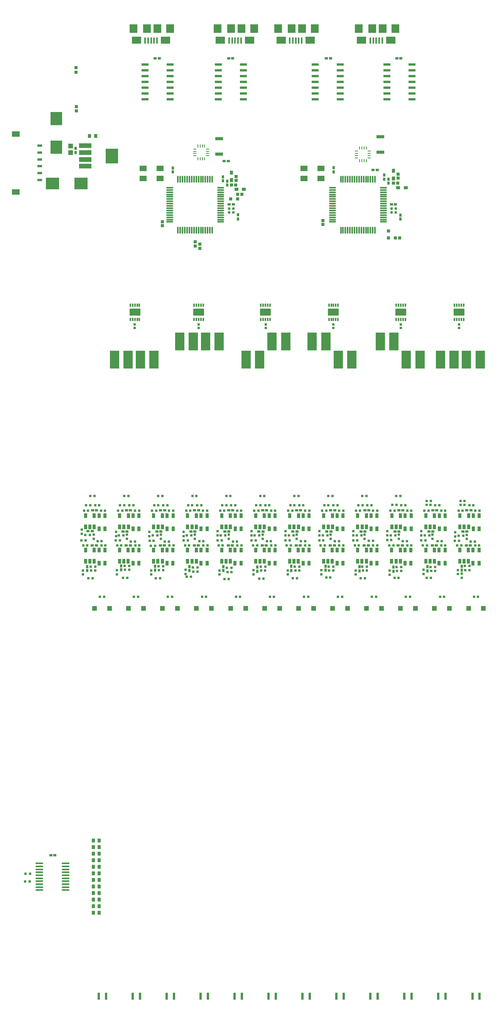
<source format=gtp>
G04 Layer_Color=7318015*
%FSLAX25Y25*%
%MOIN*%
G70*
G01*
G75*
%ADD10R,0.02441X0.02598*%
%ADD11R,0.03937X0.04134*%
%ADD12R,0.10039X0.11614*%
%ADD13R,0.11614X0.10039*%
%ADD14R,0.02953X0.03937*%
%ADD15R,0.06299X0.04921*%
%ADD16R,0.05984X0.02284*%
%ADD17R,0.01181X0.02559*%
%ADD18R,0.09764X0.06102*%
%ADD19O,0.06496X0.01181*%
%ADD20O,0.01181X0.06496*%
%ADD21O,0.00984X0.03150*%
%ADD22O,0.03150X0.00984*%
%ADD23R,0.02756X0.03937*%
%ADD24R,0.06693X0.03150*%
%ADD25R,0.04331X0.04331*%
%ADD26R,0.02165X0.02165*%
%ADD27R,0.02756X0.02953*%
%ADD28R,0.02953X0.02756*%
%ADD29R,0.02165X0.02165*%
%ADD30R,0.02200X0.02200*%
%ADD31R,0.02441X0.02441*%
%ADD32R,0.07874X0.15748*%
%ADD33R,0.02756X0.03740*%
%ADD34R,0.03740X0.02756*%
%ADD35R,0.03150X0.03150*%
%ADD36R,0.03150X0.03150*%
%ADD37R,0.02598X0.02441*%
%ADD38R,0.02047X0.02205*%
%ADD39R,0.02520X0.02677*%
%ADD40R,0.02800X0.03600*%
%ADD41R,0.10630X0.03937*%
%ADD42R,0.10630X0.12598*%
%ADD43O,0.06693X0.01378*%
%ADD44R,0.01575X0.05315*%
%ADD45R,0.08268X0.06299*%
%ADD46R,0.07087X0.07480*%
%ADD47R,0.03937X0.02362*%
%ADD48R,0.07087X0.04921*%
%ADD49R,0.02362X0.05906*%
D10*
X163225Y835878D02*
D03*
Y839342D02*
D03*
X429790Y812815D02*
D03*
Y816279D02*
D03*
X433691Y812819D02*
D03*
Y809355D02*
D03*
X386177Y819159D02*
D03*
Y822624D02*
D03*
X443864Y781883D02*
D03*
Y778419D02*
D03*
X290700Y811268D02*
D03*
Y814732D02*
D03*
X294205Y811237D02*
D03*
Y807773D02*
D03*
X247400Y818968D02*
D03*
Y822432D02*
D03*
X303740Y781925D02*
D03*
Y778460D02*
D03*
X173325Y478542D02*
D03*
Y475078D02*
D03*
X496750Y478882D02*
D03*
Y475418D02*
D03*
X467375Y478342D02*
D03*
Y474878D02*
D03*
X437975Y477992D02*
D03*
Y474528D02*
D03*
X408425Y478292D02*
D03*
Y474828D02*
D03*
X379125Y478842D02*
D03*
Y475378D02*
D03*
X349675Y478642D02*
D03*
Y475178D02*
D03*
X320325Y478042D02*
D03*
Y474578D02*
D03*
X290925Y478392D02*
D03*
Y474928D02*
D03*
X261475Y478492D02*
D03*
Y475028D02*
D03*
X232025Y478892D02*
D03*
Y475428D02*
D03*
X202650Y479082D02*
D03*
Y475618D02*
D03*
D11*
X158825Y835657D02*
D03*
Y841563D02*
D03*
D12*
X146625Y840507D02*
D03*
Y865113D02*
D03*
D13*
X167978Y809010D02*
D03*
X143372D02*
D03*
D14*
X218028Y510971D02*
D03*
Y522388D02*
D03*
X212910D02*
D03*
Y510971D02*
D03*
X218015Y481256D02*
D03*
Y492673D02*
D03*
X212897D02*
D03*
Y481256D02*
D03*
X247420Y510971D02*
D03*
Y522388D02*
D03*
X242302D02*
D03*
Y510971D02*
D03*
X247393Y481256D02*
D03*
Y492673D02*
D03*
X242275D02*
D03*
Y481256D02*
D03*
X276811Y510971D02*
D03*
Y522388D02*
D03*
X271693D02*
D03*
Y510971D02*
D03*
X276772Y481256D02*
D03*
Y492673D02*
D03*
X271654D02*
D03*
Y481256D02*
D03*
X306202Y510971D02*
D03*
Y522388D02*
D03*
X301084D02*
D03*
Y510971D02*
D03*
X306150Y481256D02*
D03*
Y492673D02*
D03*
X301032D02*
D03*
Y481256D02*
D03*
X335594Y510971D02*
D03*
Y522388D02*
D03*
X330475D02*
D03*
Y510971D02*
D03*
X335528Y481256D02*
D03*
Y492673D02*
D03*
X330410D02*
D03*
Y481256D02*
D03*
X364985Y510971D02*
D03*
Y522388D02*
D03*
X359867D02*
D03*
Y510971D02*
D03*
X364907Y481256D02*
D03*
Y492673D02*
D03*
X359788D02*
D03*
Y481256D02*
D03*
X394376Y510971D02*
D03*
Y522388D02*
D03*
X389258D02*
D03*
Y510971D02*
D03*
X394285Y481256D02*
D03*
Y492673D02*
D03*
X389167D02*
D03*
Y481256D02*
D03*
X423667Y510971D02*
D03*
Y522388D02*
D03*
X418549D02*
D03*
Y510971D02*
D03*
X423663Y481256D02*
D03*
Y492673D02*
D03*
X418545D02*
D03*
Y481256D02*
D03*
X453159Y510971D02*
D03*
Y522388D02*
D03*
X448041D02*
D03*
Y510971D02*
D03*
X453041Y481256D02*
D03*
Y492673D02*
D03*
X447923D02*
D03*
Y481256D02*
D03*
X482550Y510971D02*
D03*
Y522388D02*
D03*
X477432D02*
D03*
Y510971D02*
D03*
X482420Y481256D02*
D03*
Y492673D02*
D03*
X477302D02*
D03*
Y481256D02*
D03*
X511941Y510971D02*
D03*
Y522388D02*
D03*
X506823D02*
D03*
Y510971D02*
D03*
X511798Y481256D02*
D03*
Y492673D02*
D03*
X506680D02*
D03*
Y481256D02*
D03*
X188637Y510971D02*
D03*
Y522388D02*
D03*
X183519D02*
D03*
Y510971D02*
D03*
X188637Y481256D02*
D03*
Y492673D02*
D03*
X183519D02*
D03*
Y481256D02*
D03*
D15*
X360616Y822031D02*
D03*
X375183D02*
D03*
Y813369D02*
D03*
X360616D02*
D03*
X221617Y822231D02*
D03*
X236183D02*
D03*
Y813569D02*
D03*
X221617D02*
D03*
D16*
X391861Y881600D02*
D03*
Y886600D02*
D03*
Y891600D02*
D03*
Y896600D02*
D03*
Y901600D02*
D03*
Y906600D02*
D03*
Y911600D02*
D03*
X370129Y881600D02*
D03*
Y886600D02*
D03*
Y891600D02*
D03*
Y896600D02*
D03*
Y901600D02*
D03*
Y906600D02*
D03*
Y911600D02*
D03*
X454041Y881600D02*
D03*
Y886600D02*
D03*
Y891600D02*
D03*
Y896600D02*
D03*
Y901600D02*
D03*
Y906600D02*
D03*
Y911600D02*
D03*
X432309Y881600D02*
D03*
Y886600D02*
D03*
Y891600D02*
D03*
Y896600D02*
D03*
Y901600D02*
D03*
Y906600D02*
D03*
Y911600D02*
D03*
X244966Y881600D02*
D03*
Y886600D02*
D03*
Y891600D02*
D03*
Y896600D02*
D03*
Y901600D02*
D03*
Y906600D02*
D03*
Y911600D02*
D03*
X223234Y881600D02*
D03*
Y886600D02*
D03*
Y891600D02*
D03*
Y896600D02*
D03*
Y901600D02*
D03*
Y906600D02*
D03*
Y911600D02*
D03*
X308156Y881600D02*
D03*
Y886600D02*
D03*
Y891600D02*
D03*
Y896600D02*
D03*
Y901600D02*
D03*
Y906600D02*
D03*
Y911600D02*
D03*
X286424Y881600D02*
D03*
Y886600D02*
D03*
Y891600D02*
D03*
Y896600D02*
D03*
Y901600D02*
D03*
Y906600D02*
D03*
Y911600D02*
D03*
D17*
X331248Y704092D02*
D03*
X329280D02*
D03*
X327311D02*
D03*
X325343D02*
D03*
X323374D02*
D03*
Y691888D02*
D03*
X325343D02*
D03*
X327311D02*
D03*
X329280D02*
D03*
X331248D02*
D03*
X390013Y704092D02*
D03*
X388045D02*
D03*
X386076D02*
D03*
X384108D02*
D03*
X382139D02*
D03*
Y691888D02*
D03*
X384108D02*
D03*
X386076D02*
D03*
X388045D02*
D03*
X390013D02*
D03*
X448233Y704092D02*
D03*
X446264D02*
D03*
X444296D02*
D03*
X442327D02*
D03*
X440359D02*
D03*
Y691888D02*
D03*
X442327D02*
D03*
X444296D02*
D03*
X446264D02*
D03*
X448233D02*
D03*
X498498Y704092D02*
D03*
X496530D02*
D03*
X494561D02*
D03*
X492593D02*
D03*
X490624D02*
D03*
Y691888D02*
D03*
X492593D02*
D03*
X494561D02*
D03*
X496530D02*
D03*
X498498D02*
D03*
X218384Y704092D02*
D03*
X216415D02*
D03*
X214446D02*
D03*
X212478D02*
D03*
X210509D02*
D03*
Y691888D02*
D03*
X212478D02*
D03*
X214446D02*
D03*
X216415D02*
D03*
X218384D02*
D03*
X273498Y704092D02*
D03*
X271530D02*
D03*
X269561D02*
D03*
X267593D02*
D03*
X265624D02*
D03*
Y691888D02*
D03*
X267593D02*
D03*
X269561D02*
D03*
X271530D02*
D03*
X273498D02*
D03*
D18*
X327311Y697990D02*
D03*
X386076D02*
D03*
X444296D02*
D03*
X494561D02*
D03*
X214446D02*
D03*
X269561D02*
D03*
D19*
X429149Y775936D02*
D03*
Y777905D02*
D03*
Y779873D02*
D03*
Y781842D02*
D03*
Y783810D02*
D03*
Y785779D02*
D03*
Y787747D02*
D03*
Y789716D02*
D03*
Y791684D02*
D03*
Y793653D02*
D03*
Y795621D02*
D03*
Y797590D02*
D03*
Y799558D02*
D03*
Y801527D02*
D03*
Y803495D02*
D03*
Y805464D02*
D03*
X385251D02*
D03*
Y803495D02*
D03*
Y801527D02*
D03*
Y799558D02*
D03*
Y797590D02*
D03*
Y795621D02*
D03*
Y793653D02*
D03*
Y791684D02*
D03*
Y789716D02*
D03*
Y787747D02*
D03*
Y785779D02*
D03*
Y783810D02*
D03*
Y781842D02*
D03*
Y779873D02*
D03*
Y777905D02*
D03*
Y775936D02*
D03*
X288449D02*
D03*
Y777905D02*
D03*
Y779873D02*
D03*
Y781842D02*
D03*
Y783810D02*
D03*
Y785779D02*
D03*
Y787747D02*
D03*
Y789716D02*
D03*
Y791684D02*
D03*
Y793653D02*
D03*
Y795621D02*
D03*
Y797590D02*
D03*
Y799558D02*
D03*
Y801527D02*
D03*
Y803495D02*
D03*
Y805464D02*
D03*
X244551D02*
D03*
Y803495D02*
D03*
Y801527D02*
D03*
Y799558D02*
D03*
Y797590D02*
D03*
Y795621D02*
D03*
Y793653D02*
D03*
Y791684D02*
D03*
Y789716D02*
D03*
Y787747D02*
D03*
Y785779D02*
D03*
Y783810D02*
D03*
Y781842D02*
D03*
Y779873D02*
D03*
Y777905D02*
D03*
Y775936D02*
D03*
D20*
X421964Y812649D02*
D03*
X419995D02*
D03*
X418027D02*
D03*
X416058D02*
D03*
X414090D02*
D03*
X412121D02*
D03*
X410153D02*
D03*
X408184D02*
D03*
X406216D02*
D03*
X404247D02*
D03*
X402279D02*
D03*
X400310D02*
D03*
X398342D02*
D03*
X396373D02*
D03*
X394405D02*
D03*
X392436D02*
D03*
Y768751D02*
D03*
X394405D02*
D03*
X396373D02*
D03*
X398342D02*
D03*
X400310D02*
D03*
X402279D02*
D03*
X404247D02*
D03*
X406216D02*
D03*
X408184D02*
D03*
X410153D02*
D03*
X412121D02*
D03*
X414090D02*
D03*
X416058D02*
D03*
X418027D02*
D03*
X419995D02*
D03*
X421964D02*
D03*
X281264Y812649D02*
D03*
X279295D02*
D03*
X277327D02*
D03*
X275358D02*
D03*
X273390D02*
D03*
X271421D02*
D03*
X269453D02*
D03*
X267484D02*
D03*
X265516D02*
D03*
X263547D02*
D03*
X261579D02*
D03*
X259610D02*
D03*
X257642D02*
D03*
X255673D02*
D03*
X253705D02*
D03*
X251736D02*
D03*
Y768751D02*
D03*
X253705D02*
D03*
X255673D02*
D03*
X257642D02*
D03*
X259610D02*
D03*
X261579D02*
D03*
X263547D02*
D03*
X265516D02*
D03*
X267484D02*
D03*
X269453D02*
D03*
X271421D02*
D03*
X273390D02*
D03*
X275358D02*
D03*
X277327D02*
D03*
X279295D02*
D03*
X281264D02*
D03*
D21*
X268817Y841417D02*
D03*
X270786D02*
D03*
X272754D02*
D03*
X274723D02*
D03*
Y830393D02*
D03*
X272754D02*
D03*
X270786D02*
D03*
X268817D02*
D03*
X408547Y828603D02*
D03*
X410516D02*
D03*
X412484D02*
D03*
X414453D02*
D03*
Y839627D02*
D03*
X412484D02*
D03*
X410516D02*
D03*
X408547D02*
D03*
D22*
X277282Y838858D02*
D03*
Y836889D02*
D03*
Y834921D02*
D03*
Y832952D02*
D03*
X266258D02*
D03*
Y834921D02*
D03*
Y836889D02*
D03*
Y838858D02*
D03*
X405988Y837068D02*
D03*
Y835099D02*
D03*
Y833131D02*
D03*
Y831162D02*
D03*
X417012D02*
D03*
Y833131D02*
D03*
Y835099D02*
D03*
Y837068D02*
D03*
D23*
X208742Y492599D02*
D03*
X201262D02*
D03*
X208742Y483150D02*
D03*
X205002D02*
D03*
X201262D02*
D03*
X238155Y522299D02*
D03*
X230675D02*
D03*
X238155Y512851D02*
D03*
X234415D02*
D03*
X230675D02*
D03*
X238129Y492599D02*
D03*
X230649D02*
D03*
X238129Y483150D02*
D03*
X234389D02*
D03*
X230649D02*
D03*
X267555Y522299D02*
D03*
X260075D02*
D03*
X267555Y512851D02*
D03*
X263815D02*
D03*
X260075D02*
D03*
X267516Y492599D02*
D03*
X260036D02*
D03*
X267516Y483150D02*
D03*
X263776D02*
D03*
X260036D02*
D03*
X296955Y522299D02*
D03*
X289475D02*
D03*
X296955Y512851D02*
D03*
X293215D02*
D03*
X289475D02*
D03*
X296903Y492599D02*
D03*
X289423D02*
D03*
X296903Y483150D02*
D03*
X293163D02*
D03*
X289423D02*
D03*
X326355Y522299D02*
D03*
X318875D02*
D03*
X326355Y512851D02*
D03*
X322615D02*
D03*
X318875D02*
D03*
X326290Y492599D02*
D03*
X318810D02*
D03*
X326290Y483150D02*
D03*
X322550D02*
D03*
X318810D02*
D03*
X355755Y522299D02*
D03*
X348275D02*
D03*
X355755Y512851D02*
D03*
X352015D02*
D03*
X348275D02*
D03*
X355677Y492599D02*
D03*
X348197D02*
D03*
X355677Y483150D02*
D03*
X351937D02*
D03*
X348197D02*
D03*
X385155Y522299D02*
D03*
X377675D02*
D03*
X385155Y512851D02*
D03*
X381415D02*
D03*
X377675D02*
D03*
X385064Y492599D02*
D03*
X377583D02*
D03*
X385064Y483150D02*
D03*
X381324D02*
D03*
X377583D02*
D03*
X414555Y522299D02*
D03*
X407075D02*
D03*
X414555Y512851D02*
D03*
X410815D02*
D03*
X407075D02*
D03*
X414451Y492599D02*
D03*
X406970D02*
D03*
X414451Y483150D02*
D03*
X410710D02*
D03*
X406970D02*
D03*
X443955Y522299D02*
D03*
X436475D02*
D03*
X443955Y512851D02*
D03*
X440215D02*
D03*
X436475D02*
D03*
X443838Y492599D02*
D03*
X436357D02*
D03*
X443838Y483150D02*
D03*
X440098D02*
D03*
X436357D02*
D03*
X473355Y522299D02*
D03*
X465875D02*
D03*
X473355Y512851D02*
D03*
X469615D02*
D03*
X465875D02*
D03*
X473225Y492599D02*
D03*
X465744D02*
D03*
X473225Y483150D02*
D03*
X469485D02*
D03*
X465744D02*
D03*
X502755Y522299D02*
D03*
X495275D02*
D03*
X502755Y512851D02*
D03*
X499015D02*
D03*
X495275D02*
D03*
X502611Y492599D02*
D03*
X495131D02*
D03*
X502611Y483150D02*
D03*
X498871D02*
D03*
X495131D02*
D03*
X179355Y522299D02*
D03*
X171875D02*
D03*
X179355Y512851D02*
D03*
X175615D02*
D03*
X171875D02*
D03*
X179355Y492599D02*
D03*
X171875D02*
D03*
X179355Y483150D02*
D03*
X175615D02*
D03*
X171875D02*
D03*
X208755Y522299D02*
D03*
X201275D02*
D03*
X208755Y512851D02*
D03*
X205015D02*
D03*
X201275D02*
D03*
D24*
X426488Y849498D02*
D03*
Y836112D02*
D03*
X287385Y847905D02*
D03*
Y834519D02*
D03*
D25*
X251330Y442418D02*
D03*
X238338D02*
D03*
X280709D02*
D03*
X267717D02*
D03*
X310087D02*
D03*
X297095D02*
D03*
X339465D02*
D03*
X326473D02*
D03*
X368844D02*
D03*
X355851D02*
D03*
X398222D02*
D03*
X385230D02*
D03*
X427600D02*
D03*
X414608D02*
D03*
X456978D02*
D03*
X443986D02*
D03*
X486357D02*
D03*
X473364D02*
D03*
X515735D02*
D03*
X502743D02*
D03*
X221952D02*
D03*
X208960D02*
D03*
X192574D02*
D03*
X179582D02*
D03*
D26*
X213685Y452515D02*
D03*
X217228D02*
D03*
X243063D02*
D03*
X246606D02*
D03*
X272441D02*
D03*
X275984D02*
D03*
X301819D02*
D03*
X305363D02*
D03*
X331198D02*
D03*
X334741D02*
D03*
X360576D02*
D03*
X364119D02*
D03*
X389954D02*
D03*
X393497D02*
D03*
X419332D02*
D03*
X422876D02*
D03*
X448711D02*
D03*
X452254D02*
D03*
X478089D02*
D03*
X481632D02*
D03*
X507467D02*
D03*
X511011D02*
D03*
X436404Y784110D02*
D03*
X439948D02*
D03*
X436304Y787310D02*
D03*
X439848D02*
D03*
X295998Y784025D02*
D03*
X299542D02*
D03*
X296028Y787400D02*
D03*
X299572D02*
D03*
X209472Y475850D02*
D03*
X205928D02*
D03*
X238897Y475310D02*
D03*
X235353D02*
D03*
X268497Y474210D02*
D03*
X264953D02*
D03*
X298047Y473760D02*
D03*
X294503D02*
D03*
X326997Y475110D02*
D03*
X323453D02*
D03*
X356647Y475210D02*
D03*
X353103D02*
D03*
X385797D02*
D03*
X382253D02*
D03*
X415047Y475010D02*
D03*
X411503D02*
D03*
X444447Y474610D02*
D03*
X440903D02*
D03*
X474047D02*
D03*
X470503D02*
D03*
X503572Y475300D02*
D03*
X500028D02*
D03*
X180197Y475110D02*
D03*
X176653D02*
D03*
X198100Y508272D02*
D03*
Y504728D02*
D03*
X204278Y468650D02*
D03*
X207822D02*
D03*
X232553Y468310D02*
D03*
X236097D02*
D03*
X259303Y469610D02*
D03*
X262846D02*
D03*
X292053Y467660D02*
D03*
X295597D02*
D03*
X322053Y467960D02*
D03*
X325596D02*
D03*
X351003Y468360D02*
D03*
X354546D02*
D03*
X379753Y469160D02*
D03*
X383296D02*
D03*
X409653Y468560D02*
D03*
X413197D02*
D03*
X438853Y468710D02*
D03*
X442397D02*
D03*
X466653Y468860D02*
D03*
X470197D02*
D03*
X174353Y468310D02*
D03*
X177897D02*
D03*
X214574Y526775D02*
D03*
X218117D02*
D03*
X214839Y496775D02*
D03*
X218382D02*
D03*
X243975Y526775D02*
D03*
X247519D02*
D03*
X244206Y496775D02*
D03*
X247749D02*
D03*
X273377Y526775D02*
D03*
X276921D02*
D03*
X273573Y496775D02*
D03*
X277116D02*
D03*
X302779Y526775D02*
D03*
X306323D02*
D03*
X302940Y496775D02*
D03*
X306483D02*
D03*
X332181Y526775D02*
D03*
X335724D02*
D03*
X332307Y496775D02*
D03*
X335850D02*
D03*
X361583Y526775D02*
D03*
X365126D02*
D03*
X361674Y496775D02*
D03*
X365217D02*
D03*
X390985Y526775D02*
D03*
X394528D02*
D03*
X391041Y496775D02*
D03*
X394585D02*
D03*
X420387Y526775D02*
D03*
X423930D02*
D03*
X420408Y496775D02*
D03*
X423952D02*
D03*
X449789Y526775D02*
D03*
X453332D02*
D03*
X449776Y496775D02*
D03*
X453319D02*
D03*
X479190Y526775D02*
D03*
X482734D02*
D03*
X479143Y496775D02*
D03*
X482686D02*
D03*
X508592Y526775D02*
D03*
X512136D02*
D03*
X508510Y496775D02*
D03*
X512053D02*
D03*
X185172Y526775D02*
D03*
X188715D02*
D03*
X185472Y496775D02*
D03*
X189015D02*
D03*
X199897Y526875D02*
D03*
X203440D02*
D03*
X199115Y496762D02*
D03*
X202659D02*
D03*
X229321Y526875D02*
D03*
X232865D02*
D03*
X228228Y496400D02*
D03*
X231772D02*
D03*
X258746Y526875D02*
D03*
X262290D02*
D03*
X257784Y496606D02*
D03*
X261328D02*
D03*
X288171Y526875D02*
D03*
X291714D02*
D03*
X286750Y496752D02*
D03*
X290294D02*
D03*
X317596Y526875D02*
D03*
X321139D02*
D03*
X316557Y496641D02*
D03*
X320101D02*
D03*
X347021Y526875D02*
D03*
X350564D02*
D03*
X345658Y496760D02*
D03*
X349202D02*
D03*
X376327Y526707D02*
D03*
X379871D02*
D03*
X375065Y496692D02*
D03*
X378609D02*
D03*
X405518Y526639D02*
D03*
X409062D02*
D03*
X404487Y496693D02*
D03*
X408031D02*
D03*
X435295Y526875D02*
D03*
X438839D02*
D03*
X434271Y496875D02*
D03*
X437814D02*
D03*
X464720Y526875D02*
D03*
X468263D02*
D03*
X463278Y496600D02*
D03*
X466822D02*
D03*
X494145Y526875D02*
D03*
X497688D02*
D03*
X493028Y496650D02*
D03*
X496572D02*
D03*
X170472Y526875D02*
D03*
X174015D02*
D03*
X169772Y496875D02*
D03*
X173315D02*
D03*
X208869Y539475D02*
D03*
X205326D02*
D03*
X238252D02*
D03*
X234708D02*
D03*
X267634D02*
D03*
X264091D02*
D03*
X297017D02*
D03*
X293474D02*
D03*
X326400D02*
D03*
X322856D02*
D03*
X355782D02*
D03*
X352239D02*
D03*
X385165D02*
D03*
X381622D02*
D03*
X414547D02*
D03*
X411004D02*
D03*
X443930D02*
D03*
X440387D02*
D03*
X470097Y535010D02*
D03*
X466553D02*
D03*
X499322Y535100D02*
D03*
X495778D02*
D03*
X179487Y539475D02*
D03*
X175943D02*
D03*
X205207Y531575D02*
D03*
X201664D02*
D03*
X201604Y501100D02*
D03*
X198061D02*
D03*
X234628Y531575D02*
D03*
X231084D02*
D03*
X230622Y500900D02*
D03*
X227078D02*
D03*
X264048Y531575D02*
D03*
X260505D02*
D03*
X260194Y501100D02*
D03*
X256651D02*
D03*
X293469Y531575D02*
D03*
X289925D02*
D03*
X289489Y501100D02*
D03*
X285946D02*
D03*
X322889Y531575D02*
D03*
X319346D02*
D03*
X318784Y501100D02*
D03*
X315241D02*
D03*
X352310Y531575D02*
D03*
X348766D02*
D03*
X348079Y501100D02*
D03*
X344536D02*
D03*
X381730Y531575D02*
D03*
X378187D02*
D03*
X377374Y501100D02*
D03*
X373831D02*
D03*
X411151Y531575D02*
D03*
X407607D02*
D03*
X406669Y501100D02*
D03*
X403126D02*
D03*
X440574Y531766D02*
D03*
X437030D02*
D03*
X435964Y501250D02*
D03*
X432421D02*
D03*
X470021Y531800D02*
D03*
X466477D02*
D03*
X465422Y501000D02*
D03*
X461878D02*
D03*
X499367Y531832D02*
D03*
X495823D02*
D03*
X494522Y500900D02*
D03*
X490978D02*
D03*
X175787Y531575D02*
D03*
X172243D02*
D03*
X171897Y501110D02*
D03*
X168353D02*
D03*
X184306Y452515D02*
D03*
X187850D02*
D03*
D27*
X163500Y905230D02*
D03*
Y908970D02*
D03*
X266575Y755100D02*
D03*
Y758840D02*
D03*
X270665Y752955D02*
D03*
Y756695D02*
D03*
X163800Y871830D02*
D03*
Y875570D02*
D03*
D28*
X439630Y762000D02*
D03*
X443370D02*
D03*
X437788Y809424D02*
D03*
X441528D02*
D03*
X303130Y799800D02*
D03*
X306870D02*
D03*
X297860Y807835D02*
D03*
X301600D02*
D03*
D29*
X207550Y502378D02*
D03*
Y505922D02*
D03*
X236865Y502428D02*
D03*
Y505972D02*
D03*
X266230Y502428D02*
D03*
Y505972D02*
D03*
X295595Y502428D02*
D03*
Y505972D02*
D03*
X324960Y502428D02*
D03*
Y505972D02*
D03*
X354325Y502428D02*
D03*
Y505972D02*
D03*
X383690Y502428D02*
D03*
Y505972D02*
D03*
X413055Y502428D02*
D03*
Y505972D02*
D03*
X442420Y502428D02*
D03*
Y505972D02*
D03*
X471650Y502428D02*
D03*
Y505972D02*
D03*
X501150Y502328D02*
D03*
Y505872D02*
D03*
X178925Y502538D02*
D03*
Y506081D02*
D03*
X227025Y508432D02*
D03*
Y504888D02*
D03*
X256740Y508422D02*
D03*
Y504878D02*
D03*
X286060Y509022D02*
D03*
Y505478D02*
D03*
X315380Y509022D02*
D03*
Y505478D02*
D03*
X344700Y509022D02*
D03*
Y505478D02*
D03*
X374020Y509022D02*
D03*
Y505478D02*
D03*
X403340Y509022D02*
D03*
Y505478D02*
D03*
X432660Y509022D02*
D03*
Y505478D02*
D03*
X462050Y509022D02*
D03*
Y505478D02*
D03*
X491300Y508122D02*
D03*
Y504578D02*
D03*
X496750Y468878D02*
D03*
Y472422D02*
D03*
X168525Y510332D02*
D03*
Y506788D02*
D03*
X198950Y475272D02*
D03*
Y471728D02*
D03*
X228525Y475132D02*
D03*
Y471588D02*
D03*
X258225Y475632D02*
D03*
Y472088D02*
D03*
X287675Y475132D02*
D03*
Y471588D02*
D03*
X316975Y475282D02*
D03*
Y471738D02*
D03*
X346475Y475182D02*
D03*
Y471638D02*
D03*
X375425Y475432D02*
D03*
Y471888D02*
D03*
X405175Y475132D02*
D03*
Y471588D02*
D03*
X434725Y475032D02*
D03*
Y471488D02*
D03*
X463825Y475682D02*
D03*
Y472138D02*
D03*
X493450Y475572D02*
D03*
Y472028D02*
D03*
X169625Y475182D02*
D03*
Y471638D02*
D03*
D30*
X204700Y505250D02*
D03*
X200700D02*
D03*
X205575Y478960D02*
D03*
X209575D02*
D03*
X234005Y505250D02*
D03*
X230005D02*
D03*
X235075Y478660D02*
D03*
X239075D02*
D03*
X263360Y505250D02*
D03*
X259360D02*
D03*
X264575Y477710D02*
D03*
X268575D02*
D03*
X292715Y505250D02*
D03*
X288715D02*
D03*
X293925Y477360D02*
D03*
X297925D02*
D03*
X322070Y505250D02*
D03*
X318070D02*
D03*
X323125Y478460D02*
D03*
X327125D02*
D03*
X351425Y505250D02*
D03*
X347425D02*
D03*
X352525Y478460D02*
D03*
X356525D02*
D03*
X380780Y505250D02*
D03*
X376780D02*
D03*
X381925Y478560D02*
D03*
X385925D02*
D03*
X410135Y505250D02*
D03*
X406135D02*
D03*
X411025Y478260D02*
D03*
X415025D02*
D03*
X439490Y505250D02*
D03*
X435490D02*
D03*
X440575Y478210D02*
D03*
X444575D02*
D03*
X468845Y505250D02*
D03*
X464845D02*
D03*
X470075Y478110D02*
D03*
X474075D02*
D03*
X498200Y505200D02*
D03*
X494200D02*
D03*
X499500Y479000D02*
D03*
X503500D02*
D03*
X175725Y505760D02*
D03*
X171725D02*
D03*
X176175Y478560D02*
D03*
X180175D02*
D03*
X119700Y206800D02*
D03*
X123700D02*
D03*
X123800Y213300D02*
D03*
X119800D02*
D03*
D31*
X214572Y500200D02*
D03*
X211028D02*
D03*
X242469Y531275D02*
D03*
X238926D02*
D03*
X243822Y500200D02*
D03*
X240278D02*
D03*
X271861Y531275D02*
D03*
X268317D02*
D03*
X273647Y500260D02*
D03*
X270103D02*
D03*
X301252Y531275D02*
D03*
X297709D02*
D03*
X302682Y500184D02*
D03*
X299138D02*
D03*
X330643Y531275D02*
D03*
X327100D02*
D03*
X332052Y500575D02*
D03*
X328508D02*
D03*
X360034Y531275D02*
D03*
X356491D02*
D03*
X361422Y500575D02*
D03*
X357878D02*
D03*
X389426Y531275D02*
D03*
X385882D02*
D03*
X390792Y500350D02*
D03*
X387248D02*
D03*
X418817Y531275D02*
D03*
X415274D02*
D03*
X420162Y500600D02*
D03*
X416618D02*
D03*
X448208Y531275D02*
D03*
X444665D02*
D03*
X449532Y500575D02*
D03*
X445988D02*
D03*
X477600Y531275D02*
D03*
X474056D02*
D03*
X479422Y500350D02*
D03*
X475878D02*
D03*
X506991Y531275D02*
D03*
X503448D02*
D03*
X508272Y500150D02*
D03*
X504728D02*
D03*
X183687Y531275D02*
D03*
X180143D02*
D03*
X185741Y500575D02*
D03*
X182198D02*
D03*
X213078Y531275D02*
D03*
X209535D02*
D03*
D32*
X310559Y656942D02*
D03*
X322370D02*
D03*
X367724Y672690D02*
D03*
X379535D02*
D03*
X426590D02*
D03*
X438401D02*
D03*
X478556Y656942D02*
D03*
X490367D02*
D03*
X196756D02*
D03*
X208567D02*
D03*
X275594Y672690D02*
D03*
X287405D02*
D03*
X333044D02*
D03*
X344855D02*
D03*
X390209Y656942D02*
D03*
X402021D02*
D03*
X449075D02*
D03*
X460886D02*
D03*
X501041D02*
D03*
X512852D02*
D03*
X219241D02*
D03*
X231052D02*
D03*
X253109Y672690D02*
D03*
X264920D02*
D03*
D33*
X437800Y819930D02*
D03*
Y813434D02*
D03*
X297985Y818463D02*
D03*
Y811967D02*
D03*
D34*
X442062Y805264D02*
D03*
X448558D02*
D03*
X302157Y803975D02*
D03*
X308653D02*
D03*
D35*
X433700Y768053D02*
D03*
Y762147D02*
D03*
D36*
X297347Y795800D02*
D03*
X303253D02*
D03*
D37*
X231968Y917000D02*
D03*
X235432D02*
D03*
X380068D02*
D03*
X383532D02*
D03*
X295568D02*
D03*
X299032D02*
D03*
X440768D02*
D03*
X444232D02*
D03*
X423842Y820658D02*
D03*
X420377D02*
D03*
X439742Y791011D02*
D03*
X436277D02*
D03*
X295132Y828400D02*
D03*
X291668D02*
D03*
X299432Y791000D02*
D03*
X295968D02*
D03*
X207222Y526975D02*
D03*
X210686D02*
D03*
X207060Y496875D02*
D03*
X210524D02*
D03*
X236632Y526975D02*
D03*
X240097D02*
D03*
X236437Y496875D02*
D03*
X239901D02*
D03*
X266043Y526975D02*
D03*
X269507D02*
D03*
X265814Y496875D02*
D03*
X269278D02*
D03*
X295453Y526975D02*
D03*
X298918D02*
D03*
X295191Y496875D02*
D03*
X298655D02*
D03*
X324864Y526975D02*
D03*
X328328D02*
D03*
X324568Y496875D02*
D03*
X328032D02*
D03*
X354274Y526975D02*
D03*
X357739D02*
D03*
X353945Y496875D02*
D03*
X357409D02*
D03*
X383685Y526975D02*
D03*
X387150D02*
D03*
X383322Y496875D02*
D03*
X386786D02*
D03*
X413096Y526975D02*
D03*
X416560D02*
D03*
X412699Y496875D02*
D03*
X416163D02*
D03*
X442506Y526975D02*
D03*
X445971D02*
D03*
X442076Y496875D02*
D03*
X445540D02*
D03*
X471917Y526975D02*
D03*
X475381D02*
D03*
X471453Y496875D02*
D03*
X474917D02*
D03*
X501327Y526975D02*
D03*
X504792D02*
D03*
X500830Y496875D02*
D03*
X504294D02*
D03*
X177811Y526975D02*
D03*
X181276D02*
D03*
X177683Y496875D02*
D03*
X181147D02*
D03*
X145232Y229300D02*
D03*
X141768D02*
D03*
X174043Y508960D02*
D03*
X177507D02*
D03*
X497868Y508700D02*
D03*
X501332D02*
D03*
X468498Y508900D02*
D03*
X471962D02*
D03*
X439128D02*
D03*
X442592D02*
D03*
X409758D02*
D03*
X413222D02*
D03*
X380388D02*
D03*
X383852D02*
D03*
X351018D02*
D03*
X354482D02*
D03*
X321648D02*
D03*
X325112D02*
D03*
X292278D02*
D03*
X295742D02*
D03*
X262908D02*
D03*
X266372D02*
D03*
X233538D02*
D03*
X237002D02*
D03*
X204168Y508850D02*
D03*
X207632D02*
D03*
D38*
X327411Y684265D02*
D03*
Y687335D02*
D03*
X386076Y684265D02*
D03*
Y687335D02*
D03*
X444101Y684265D02*
D03*
Y687335D02*
D03*
X494561Y684265D02*
D03*
Y687335D02*
D03*
X214288Y684276D02*
D03*
Y687347D02*
D03*
X269561Y684265D02*
D03*
Y687335D02*
D03*
D39*
X441933Y817204D02*
D03*
Y813740D02*
D03*
X376811Y777065D02*
D03*
Y773600D02*
D03*
X301955Y815242D02*
D03*
Y811778D02*
D03*
X238110Y776127D02*
D03*
Y772663D02*
D03*
D40*
X180534Y850210D02*
D03*
X175375D02*
D03*
X178541Y179600D02*
D03*
X183700D02*
D03*
X178541Y185282D02*
D03*
X183700D02*
D03*
X178541Y190964D02*
D03*
X183700D02*
D03*
X178541Y196645D02*
D03*
X183700D02*
D03*
X178541Y202327D02*
D03*
X183700D02*
D03*
X178541Y208009D02*
D03*
X183700D02*
D03*
X178541Y213691D02*
D03*
X183700D02*
D03*
X178541Y219373D02*
D03*
X183700D02*
D03*
X178541Y225054D02*
D03*
X183700D02*
D03*
X178541Y230736D02*
D03*
X183700D02*
D03*
X178541Y236418D02*
D03*
X183700D02*
D03*
X178541Y242100D02*
D03*
X183700D02*
D03*
D41*
X171411Y841718D02*
D03*
Y835813D02*
D03*
Y829907D02*
D03*
Y824002D02*
D03*
D42*
X194639Y832860D02*
D03*
D43*
X154420Y199284D02*
D03*
Y201843D02*
D03*
Y204402D02*
D03*
Y206961D02*
D03*
Y209520D02*
D03*
Y212080D02*
D03*
Y214638D02*
D03*
Y217198D02*
D03*
Y219757D02*
D03*
Y222316D02*
D03*
X131980Y199284D02*
D03*
Y201843D02*
D03*
Y204402D02*
D03*
Y206961D02*
D03*
Y209520D02*
D03*
Y212080D02*
D03*
Y214638D02*
D03*
Y217198D02*
D03*
Y219757D02*
D03*
Y222316D02*
D03*
D44*
X417925Y932269D02*
D03*
X420484D02*
D03*
X423043D02*
D03*
X425602D02*
D03*
X428161D02*
D03*
X348325D02*
D03*
X350884D02*
D03*
X358561D02*
D03*
X356002D02*
D03*
X295925D02*
D03*
X298484D02*
D03*
X306161D02*
D03*
X303602D02*
D03*
X301043D02*
D03*
X223325D02*
D03*
X225884D02*
D03*
X228443D02*
D03*
X231002D02*
D03*
X233561D02*
D03*
X353443D02*
D03*
D45*
X410366Y932761D02*
D03*
X435563D02*
D03*
X340766D02*
D03*
X365963D02*
D03*
X288366D02*
D03*
X313563D02*
D03*
X215766D02*
D03*
X240963D02*
D03*
D46*
X419618Y942800D02*
D03*
X428673D02*
D03*
X408004D02*
D03*
X439500D02*
D03*
X350018D02*
D03*
X359073D02*
D03*
X338404D02*
D03*
X369900D02*
D03*
X297618D02*
D03*
X306673D02*
D03*
X286004D02*
D03*
X317500D02*
D03*
X225018D02*
D03*
X234073D02*
D03*
X213404D02*
D03*
X244900D02*
D03*
D47*
X132132Y812127D02*
D03*
Y818033D02*
D03*
Y823938D02*
D03*
Y829844D02*
D03*
Y835750D02*
D03*
Y841655D02*
D03*
D48*
X111699Y851911D02*
D03*
Y801872D02*
D03*
D49*
X183149Y107744D02*
D03*
X189449D02*
D03*
X506099D02*
D03*
X512398D02*
D03*
X476740D02*
D03*
X483039D02*
D03*
X447381D02*
D03*
X453680D02*
D03*
X418022D02*
D03*
X424321D02*
D03*
X388663D02*
D03*
X394962D02*
D03*
X359304D02*
D03*
X365603D02*
D03*
X329945D02*
D03*
X336244D02*
D03*
X300586D02*
D03*
X306885D02*
D03*
X271227D02*
D03*
X277526D02*
D03*
X241867D02*
D03*
X248167D02*
D03*
X212509D02*
D03*
X218808D02*
D03*
M02*

</source>
